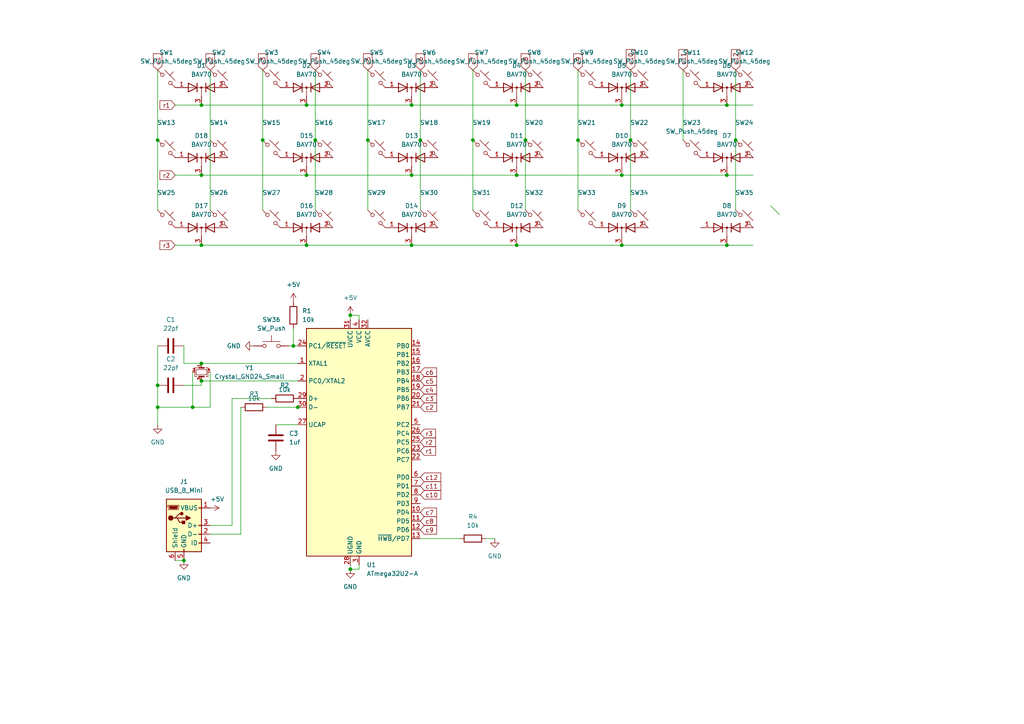
<source format=kicad_sch>
(kicad_sch (version 20230121) (generator eeschema)
  (paper "A4")
  (lib_symbols
    (symbol "Connector:USB_B_Mini" (pin_names (offset 1.016))
      (property "Reference" "J" (at -5.08 11.43 0))
      (property "Value" "USB_B_Mini" (at -5.08 8.89 0))
      (symbol "USB_B_Mini_0_1"
        (rectangle (start -5.08 -7.62) (end 5.08 7.62) (stroke (width 0.254)) (fill (type background)))
        (circle (center -3.81 2.159) (radius 0.635) (stroke (width 0.254)) (fill (type outline)))
        (circle (center -0.635 3.429) (radius 0.381) (stroke (width 0.254)) (fill (type outline)))
        (rectangle (start -0.127 -7.62) (end 0.127 -6.858))
        (polyline (pts (xy -1.905 2.159) (xy 0.635 2.159)) (stroke (width 0.254)))
        (polyline (pts (xy -3.175 2.159) (xy -2.54 2.159) (xy -1.27 3.429) (xy -0.635 3.429)) (stroke (width 0.254)))
        (polyline (pts (xy -2.54 2.159) (xy -1.905 2.159) (xy -1.27 0.889) (xy 0 0.889)) (stroke (width 0.254)))
        (polyline (pts (xy 0.635 2.794) (xy 0.635 1.524) (xy 1.905 2.159) (xy 0.635 2.794)) (stroke (width 0.254)) (fill (type outline)))
        (polyline (pts (xy -4.318 5.588) (xy -1.778 5.588) (xy -2.032 4.826) (xy -4.064 4.826) (xy -4.318 5.588)) (fill (type outline)))
        (polyline (pts (xy -4.699 5.842) (xy -4.699 5.588) (xy -4.445 4.826) (xy -4.445 4.572) (xy -1.651 4.572) (xy -1.651 4.826) (xy -1.397 5.588) (xy -1.397 5.842) (xy -4.699 5.842)))
        (rectangle (start 0.254 1.27) (end -0.508 0.508) (stroke (width 0.254)) (fill (type outline)))
        (rectangle (start 5.08 -5.207) (end 4.318 -4.953))
        (rectangle (start 5.08 -2.667) (end 4.318 -2.413))
        (rectangle (start 5.08 -0.127) (end 4.318 0.127))
        (rectangle (start 5.08 4.953) (end 4.318 5.207))
      )
      (symbol "USB_B_Mini_1_1"
        (pin power_out line (at 7.62 5.08 180) (length 2.54) (name "VBUS") (number "1"))
        (pin bidirectional line (at 7.62 -2.54 180) (length 2.54) (name "D-") (number "2"))
        (pin bidirectional line (at 7.62 0 180) (length 2.54) (name "D+") (number "3"))
        (pin passive line (at 7.62 -5.08 180) (length 2.54) (name "ID") (number "4"))
        (pin power_out line (at 0 -10.16 90) (length 2.54) (name "GND") (number "5"))
        (pin passive line (at -2.54 -10.16 90) (length 2.54) (name "Shield") (number "6"))
      )
    )
    (symbol "Device:C" (pin_numbers hide) (pin_names (offset 0.254))
      (property "Reference" "C" (at 0.635 2.54 0))
      (property "Value" "C" (at 0.635 -2.54 0))
      (symbol "C_0_1"
        (polyline (pts (xy -2.032 -0.762) (xy 2.032 -0.762)) (stroke (width 0.508)))
        (polyline (pts (xy -2.032 0.762) (xy 2.032 0.762)) (stroke (width 0.508)))
      )
      (symbol "C_1_1"
        (pin passive line (at 0 3.81 270) (length 2.794) (name "~") (number "1"))
        (pin passive line (at 0 -3.81 90) (length 2.794) (name "~") (number "2"))
      )
    )
    (symbol "Device:Crystal_GND24_Small" (pin_names (offset 1.016) hide)
      (property "Reference" "Y" (at 1.27 4.445 0))
      (property "Value" "Crystal_GND24_Small" (at 1.27 2.54 0))
      (symbol "Crystal_GND24_Small_0_1"
        (rectangle (start -0.762 -1.524) (end 0.762 1.524))
        (polyline (pts (xy -1.27 -0.762) (xy -1.27 0.762)) (stroke (width 0.381)))
        (polyline (pts (xy 1.27 -0.762) (xy 1.27 0.762)) (stroke (width 0.381)))
        (polyline (pts (xy -1.27 -1.27) (xy -1.27 -1.905) (xy 1.27 -1.905) (xy 1.27 -1.27)))
        (polyline (pts (xy -1.27 1.27) (xy -1.27 1.905) (xy 1.27 1.905) (xy 1.27 1.27)))
      )
      (symbol "Crystal_GND24_Small_1_1"
        (pin passive line (at -2.54 0 0) (length 1.27) (name "1") (number "1"))
        (pin passive line (at 0 -2.54 90) (length 0.635) (name "2") (number "2"))
        (pin passive line (at 2.54 0 180) (length 1.27) (name "3") (number "3"))
        (pin passive line (at 0 2.54 270) (length 0.635) (name "4") (number "4"))
      )
    )
    (symbol "Device:R" (pin_numbers hide) (pin_names (offset 0))
      (property "Reference" "R" (at 2.032 0 90))
      (property "Value" "R" (at 0 0 90))
      (symbol "R_0_1"
        (rectangle (start -1.016 -2.54) (end 1.016 2.54) (stroke (width 0.254)))
      )
      (symbol "R_1_1"
        (pin passive line (at 0 3.81 270) (length 1.27) (name "~") (number "1"))
        (pin passive line (at 0 -3.81 90) (length 1.27) (name "~") (number "2"))
      )
    )
    (symbol "Diode:BAV70" (pin_names hide)
      (property "Reference" "D" (at 0.635 -2.54 0))
      (property "Value" "BAV70" (at 0 2.54 0))
      (symbol "BAV70_0_1"
        (polyline (pts (xy -3.81 0) (xy 3.81 0)))
        (polyline (pts (xy 0 0) (xy 0 -2.54)))
        (polyline (pts (xy -1.27 -1.27) (xy -1.27 1.27) (xy -1.27 1.27)) (stroke (width 0.254)))
        (polyline (pts (xy 1.27 -1.27) (xy 1.27 1.27) (xy 1.27 1.27)) (stroke (width 0.254)))
        (polyline (pts (xy -3.81 1.27) (xy -1.27 0) (xy -3.81 -1.27) (xy -3.81 1.27) (xy -3.81 1.27) (xy -3.81 1.27)) (stroke (width 0.254)))
        (polyline (pts (xy 3.81 -1.27) (xy 1.27 0) (xy 3.81 1.27) (xy 3.81 -1.27) (xy 3.81 -1.27) (xy 3.81 -1.27)) (stroke (width 0.254)))
        (circle (center 0 0) (radius 0.254) (fill (type outline)))
        (pin passive line (at -7.62 0 0) (length 3.81) (name "A") (number "1"))
        (pin passive line (at 7.62 0 180) (length 3.81) (name "A") (number "2"))
        (pin passive line (at 0 -5.08 90) (length 2.54) (name "K") (number "3"))
      )
    )
    (symbol "MCU_Microchip_ATmega:ATmega32U2-A"
      (property "Reference" "U" (at -15.24 34.29 0))
      (property "Value" "ATmega32U2-A" (at 2.54 -34.29 0))
      (symbol "ATmega32U2-A_0_1"
        (rectangle (start -15.24 -33.02) (end 15.24 33.02) (stroke (width 0.254)) (fill (type background)))
      )
      (symbol "ATmega32U2-A_1_1"
        (pin input line (at -17.78 22.86 0) (length 2.54) (name "XTAL1") (number "1"))
        (pin bidirectional line (at 17.78 -20.32 180) (length 2.54) (name "PD4") (number "10"))
        (pin bidirectional line (at 17.78 -22.86 180) (length 2.54) (name "PD5") (number "11"))
        (pin bidirectional line (at 17.78 -25.4 180) (length 2.54) (name "PD6") (number "12"))
        (pin bidirectional line (at 17.78 -27.94 180) (length 2.54) (name "~{HWB}/PD7") (number "13"))
        (pin bidirectional line (at 17.78 27.94 180) (length 2.54) (name "PB0") (number "14"))
        (pin bidirectional line (at 17.78 25.4 180) (length 2.54) (name "PB1") (number "15"))
        (pin bidirectional line (at 17.78 22.86 180) (length 2.54) (name "PB2") (number "16"))
        (pin bidirectional line (at 17.78 20.32 180) (length 2.54) (name "PB3") (number "17"))
        (pin bidirectional line (at 17.78 17.78 180) (length 2.54) (name "PB4") (number "18"))
        (pin bidirectional line (at 17.78 15.24 180) (length 2.54) (name "PB5") (number "19"))
        (pin bidirectional line (at -17.78 17.78 0) (length 2.54) (name "PC0/XTAL2") (number "2"))
        (pin bidirectional line (at 17.78 12.7 180) (length 2.54) (name "PB6") (number "20"))
        (pin bidirectional line (at 17.78 10.16 180) (length 2.54) (name "PB7") (number "21"))
        (pin bidirectional line (at 17.78 -5.08 180) (length 2.54) (name "PC7") (number "22"))
        (pin bidirectional line (at 17.78 -2.54 180) (length 2.54) (name "PC6") (number "23"))
        (pin bidirectional line (at -17.78 27.94 0) (length 2.54) (name "PC1/~{RESET}") (number "24"))
        (pin bidirectional line (at 17.78 0 180) (length 2.54) (name "PC5") (number "25"))
        (pin bidirectional line (at 17.78 2.54 180) (length 2.54) (name "PC4") (number "26"))
        (pin passive line (at -17.78 5.08 0) (length 2.54) (name "UCAP") (number "27"))
        (pin power_in line (at -2.54 -35.56 90) (length 2.54) (name "UGND") (number "28"))
        (pin bidirectional line (at -17.78 12.7 0) (length 2.54) (name "D+") (number "29"))
        (pin power_in line (at 0 -35.56 90) (length 2.54) (name "GND") (number "3"))
        (pin bidirectional line (at -17.78 10.16 0) (length 2.54) (name "D-") (number "30"))
        (pin power_in line (at -2.54 35.56 270) (length 2.54) (name "UVCC") (number "31"))
        (pin power_in line (at 2.54 35.56 270) (length 2.54) (name "AVCC") (number "32"))
        (pin power_in line (at 0 35.56 270) (length 2.54) (name "VCC") (number "4"))
        (pin bidirectional line (at 17.78 5.08 180) (length 2.54) (name "PC2") (number "5"))
        (pin bidirectional line (at 17.78 -10.16 180) (length 2.54) (name "PD0") (number "6"))
        (pin bidirectional line (at 17.78 -12.7 180) (length 2.54) (name "PD1") (number "7"))
        (pin bidirectional line (at 17.78 -15.24 180) (length 2.54) (name "PD2") (number "8"))
        (pin bidirectional line (at 17.78 -17.78 180) (length 2.54) (name "PD3") (number "9"))
      )
    )
    (symbol "Switch:SW_Push" (pin_numbers hide) (pin_names (offset 1.016) hide)
      (property "Reference" "SW" (at 1.27 2.54 0))
      (property "Value" "SW_Push" (at 0 -1.524 0))
      (symbol "SW_Push_0_1"
        (circle (center -2.032 0) (radius 0.508))
        (polyline (pts (xy 0 1.27) (xy 0 3.048)))
        (polyline (pts (xy 2.54 1.27) (xy -2.54 1.27)))
        (circle (center 2.032 0) (radius 0.508))
        (pin passive line (at -5.08 0 0) (length 2.54) (name "1") (number "1"))
        (pin passive line (at 5.08 0 180) (length 2.54) (name "2") (number "2"))
      )
    )
    (symbol "Switch:SW_Push_45deg" (pin_numbers hide) (pin_names (offset 1.016) hide)
      (property "Reference" "SW" (at 3.048 1.016 0))
      (property "Value" "SW_Push_45deg" (at 0 -3.81 0))
      (symbol "SW_Push_45deg_0_1"
        (circle (center -1.1684 1.1684) (radius 0.508))
        (polyline (pts (xy -0.508 2.54) (xy 2.54 -0.508)))
        (polyline (pts (xy 1.016 1.016) (xy 2.032 2.032)))
        (polyline (pts (xy -2.54 2.54) (xy -1.524 1.524) (xy -1.524 1.524)))
        (polyline (pts (xy 1.524 -1.524) (xy 2.54 -2.54) (xy 2.54 -2.54) (xy 2.54 -2.54)))
        (circle (center 1.143 -1.1938) (radius 0.508))
        (pin passive line (at -2.54 2.54 0) (length 0) (name "1") (number "1"))
        (pin passive line (at 2.54 -2.54 180) (length 0) (name "2") (number "2"))
      )
    )
    (symbol "power:+5V" (power) (pin_names (offset 0))
      (property "Value" "+5V" (at 0 3.556 0))
      (symbol "+5V_0_1"
        (polyline (pts (xy -0.762 1.27) (xy 0 2.54)))
        (polyline (pts (xy 0 0) (xy 0 2.54)))
        (polyline (pts (xy 0 2.54) (xy 0.762 1.27)))
      )
      (symbol "+5V_1_1"
        (pin power_in line (at 0 0 90) (length 0) hide (name "+5V") (number "1"))
      )
    )
    (symbol "power:GND" (power) (pin_names (offset 0))
      (property "Value" "GND" (at 0 -3.81 0))
      (symbol "GND_0_1"
        (polyline (pts (xy 0 0) (xy 0 -1.27) (xy 1.27 -1.27) (xy 0 -2.54) (xy -1.27 -1.27) (xy 0 -1.27)))
      )
      (symbol "GND_1_1"
        (pin power_in line (at 0 0 270) (length 0) hide (name "GND") (number "1"))
      )
    )
  )
  (junction (at 45.72 40.64))
  (junction (at 101.6 91.44))
  (junction (at 210.82 71.12))
  (junction (at 58.42 50.8))
  (junction (at 45.72 111.76))
  (junction (at 53.34 162.56))
  (junction (at 86.36 118.11))
  (junction (at 58.42 110.49))
  (junction (at 167.64 40.64))
  (junction (at 119.38 71.12))
  (junction (at 58.42 30.48))
  (junction (at 152.4 40.64))
  (junction (at 149.86 71.12))
  (junction (at 149.86 50.8))
  (junction (at 213.36 40.64))
  (junction (at 119.38 50.8))
  (junction (at 182.88 40.64))
  (junction (at 121.92 40.64))
  (junction (at 180.34 30.48))
  (junction (at 88.9 71.12))
  (junction (at 55.88 118.11))
  (junction (at 91.44 40.64))
  (junction (at 88.9 50.8))
  (junction (at 58.42 105.41))
  (junction (at 119.38 30.48))
  (junction (at 149.86 30.48))
  (junction (at 76.2 40.64))
  (junction (at 210.82 30.48))
  (junction (at 58.42 71.12))
  (junction (at 101.6 165.1))
  (junction (at 180.34 71.12))
  (junction (at 88.9 30.48))
  (junction (at 180.34 50.8))
  (junction (at 137.16 40.64))
  (junction (at 106.68 40.64))
  (junction (at 210.82 50.8))
  (junction (at 85.09 100.33))
  (junction (at 45.72 118.11))
  (bus_entry (at 223.52 59.69) (size 2.54 2.54))
  (wire (pts (xy 104.14 165.1) (xy 101.6 165.1)))
  (wire (pts (xy 60.96 20.32) (xy 60.96 60.96)))
  (wire (pts (xy 152.4 20.32) (xy 152.4 40.64)))
  (wire (pts (xy 83.82 100.33) (xy 85.09 100.33)))
  (wire (pts (xy 58.42 110.49) (xy 86.36 110.49)))
  (wire (pts (xy 80.01 123.19) (xy 86.36 123.19)))
  (wire (pts (xy 180.34 50.8) (xy 210.82 50.8)))
  (wire (pts (xy 78.74 115.57) (xy 67.31 115.57)))
  (wire (pts (xy 91.44 40.64) (xy 91.44 60.96)))
  (wire (pts (xy 58.42 71.12) (xy 88.9 71.12)))
  (wire (pts (xy 104.14 163.83) (xy 104.14 165.1)))
  (wire (pts (xy 86.36 105.41) (xy 58.42 105.41)))
  (wire (pts (xy 121.92 40.64) (xy 121.92 60.96)))
  (wire (pts (xy 69.85 118.11) (xy 69.85 154.94)))
  (wire (pts (xy 45.72 40.64) (xy 45.72 60.96)))
  (wire (pts (xy 143.51 156.21) (xy 140.97 156.21)))
  (wire (pts (xy 69.85 154.94) (xy 60.96 154.94)))
  (wire (pts (xy 152.4 40.64) (xy 152.4 60.96)))
  (wire (pts (xy 182.88 40.64) (xy 182.88 60.96)))
  (wire (pts (xy 55.88 118.11) (xy 45.72 118.11)))
  (wire (pts (xy 101.6 91.44) (xy 104.14 91.44)))
  (wire (pts (xy 149.86 50.8) (xy 180.34 50.8)))
  (wire (pts (xy 53.34 105.41) (xy 53.34 100.33)))
  (wire (pts (xy 119.38 50.8) (xy 149.86 50.8)))
  (wire (pts (xy 45.72 111.76) (xy 45.72 118.11)))
  (wire (pts (xy 76.2 40.64) (xy 76.2 60.96)))
  (wire (pts (xy 58.42 110.49) (xy 58.42 111.76)))
  (wire (pts (xy 58.42 105.41) (xy 53.34 105.41)))
  (wire (pts (xy 213.36 40.64) (xy 213.36 60.96)))
  (wire (pts (xy 76.2 20.32) (xy 76.2 40.64)))
  (wire (pts (xy 106.68 20.32) (xy 106.68 40.64)))
  (wire (pts (xy 88.9 30.48) (xy 119.38 30.48)))
  (wire (pts (xy 101.6 165.1) (xy 101.6 163.83)))
  (wire (pts (xy 88.9 71.12) (xy 119.38 71.12)))
  (wire (pts (xy 77.47 118.11) (xy 86.36 118.11)))
  (wire (pts (xy 198.12 20.32) (xy 198.12 40.64)))
  (wire (pts (xy 67.31 115.57) (xy 67.31 152.4)))
  (wire (pts (xy 45.72 20.32) (xy 45.72 40.64)))
  (wire (pts (xy 133.35 156.21) (xy 121.92 156.21)))
  (wire (pts (xy 106.68 40.64) (xy 106.68 60.96)))
  (wire (pts (xy 91.44 20.32) (xy 91.44 40.64)))
  (wire (pts (xy 149.86 30.48) (xy 180.34 30.48)))
  (wire (pts (xy 149.86 71.12) (xy 180.34 71.12)))
  (wire (pts (xy 53.34 111.76) (xy 58.42 111.76)))
  (wire (pts (xy 167.64 40.64) (xy 167.64 60.96)))
  (wire (pts (xy 180.34 71.12) (xy 210.82 71.12)))
  (wire (pts (xy 50.8 71.12) (xy 58.42 71.12)))
  (wire (pts (xy 50.8 162.56) (xy 53.34 162.56)))
  (wire (pts (xy 213.36 20.32) (xy 213.36 40.64)))
  (wire (pts (xy 50.8 50.8) (xy 58.42 50.8)))
  (wire (pts (xy 87.63 118.11) (xy 86.36 118.11)))
  (wire (pts (xy 180.34 30.48) (xy 210.82 30.48)))
  (wire (pts (xy 210.82 30.48) (xy 218.44 30.48)))
  (wire (pts (xy 137.16 20.32) (xy 137.16 40.64)))
  (wire (pts (xy 58.42 50.8) (xy 88.9 50.8)))
  (wire (pts (xy 88.9 50.8) (xy 119.38 50.8)))
  (wire (pts (xy 85.09 95.25) (xy 85.09 100.33)))
  (wire (pts (xy 101.6 91.44) (xy 101.6 92.71)))
  (wire (pts (xy 119.38 30.48) (xy 149.86 30.48)))
  (wire (pts (xy 104.14 91.44) (xy 104.14 92.71)))
  (wire (pts (xy 167.64 20.32) (xy 167.64 40.64)))
  (wire (pts (xy 121.92 20.32) (xy 121.92 40.64)))
  (wire (pts (xy 137.16 40.64) (xy 137.16 60.96)))
  (wire (pts (xy 58.42 30.48) (xy 88.9 30.48)))
  (wire (pts (xy 67.31 152.4) (xy 60.96 152.4)))
  (wire (pts (xy 210.82 50.8) (xy 218.44 50.8)))
  (wire (pts (xy 50.8 30.48) (xy 58.42 30.48)))
  (wire (pts (xy 182.88 20.32) (xy 182.88 40.64)))
  (wire (pts (xy 55.88 107.95) (xy 55.88 118.11)))
  (wire (pts (xy 119.38 71.12) (xy 149.86 71.12)))
  (wire (pts (xy 45.72 111.76) (xy 45.72 100.33)))
  (wire (pts (xy 60.96 107.95) (xy 60.96 118.11)))
  (wire (pts (xy 85.09 100.33) (xy 86.36 100.33)))
  (wire (pts (xy 45.72 118.11) (xy 45.72 123.19)))
  (wire (pts (xy 60.96 118.11) (xy 55.88 118.11)))
  (wire (pts (xy 210.82 71.12) (xy 218.44 71.12)))
  (global_label "c1" (shape input) (at 45.72 20.32 90) (property "Intersheetrefs" "${INTERSHEET_REFS}" (effects hide)))
  (global_label "c6" (shape input) (at 121.92 20.32 90) (property "Intersheetrefs" "${INTERSHEET_REFS}" (effects hide)))
  (global_label "r1" (shape input) (at 50.8 30.48 180) (property "Intersheetrefs" "${INTERSHEET_REFS}" (effects hide)))
  (global_label "r2" (shape input) (at 50.8 50.8 180) (property "Intersheetrefs" "${INTERSHEET_REFS}" (effects hide)))
  (global_label "c9" (shape input) (at 167.64 20.32 90) (property "Intersheetrefs" "${INTERSHEET_REFS}" (effects hide)))
  (global_label "c5" (shape input) (at 106.68 20.32 90) (property "Intersheetrefs" "${INTERSHEET_REFS}" (effects hide)))
  (global_label "c2" (shape input) (at 60.96 20.32 90) (property "Intersheetrefs" "${INTERSHEET_REFS}" (effects hide)))
  (global_label "c10" (shape input) (at 182.88 20.32 90) (property "Intersheetrefs" "${INTERSHEET_REFS}" (effects hide)))
  (global_label "c3" (shape input) (at 76.2 20.32 90) (property "Intersheetrefs" "${INTERSHEET_REFS}" (effects hide)))
  (global_label "c7" (shape input) (at 121.92 148.59 0) (property "Intersheetrefs" "${INTERSHEET_REFS}" (effects hide)))
  (global_label "c4" (shape input) (at 91.44 20.32 90) (property "Intersheetrefs" "${INTERSHEET_REFS}" (effects hide)))
  (global_label "c11" (shape input) (at 198.12 20.32 90) (property "Intersheetrefs" "${INTERSHEET_REFS}" (effects hide)))
  (global_label "c12" (shape input) (at 121.92 138.43 0) (property "Intersheetrefs" "${INTERSHEET_REFS}" (effects hide)))
  (global_label "c4" (shape input) (at 121.92 113.03 0) (property "Intersheetrefs" "${INTERSHEET_REFS}" (effects hide)))
  (global_label "c9" (shape input) (at 121.92 153.67 0) (property "Intersheetrefs" "${INTERSHEET_REFS}" (effects hide)))
  (global_label "c7" (shape input) (at 137.16 20.32 90) (property "Intersheetrefs" "${INTERSHEET_REFS}" (effects hide)))
  (global_label "c2" (shape input) (at 121.92 118.11 0) (property "Intersheetrefs" "${INTERSHEET_REFS}" (effects hide)))
  (global_label "r3" (shape input) (at 50.8 71.12 180) (property "Intersheetrefs" "${INTERSHEET_REFS}" (effects hide)))
  (global_label "c11" (shape input) (at 121.92 140.97 0) (property "Intersheetrefs" "${INTERSHEET_REFS}" (effects hide)))
  (global_label "r1" (shape input) (at 121.92 130.81 0) (property "Intersheetrefs" "${INTERSHEET_REFS}" (effects hide)))
  (global_label "c12" (shape input) (at 213.36 20.32 90) (property "Intersheetrefs" "${INTERSHEET_REFS}" (effects hide)))
  (global_label "c6" (shape input) (at 121.92 107.95 0) (property "Intersheetrefs" "${INTERSHEET_REFS}" (effects hide)))
  (global_label "c3" (shape input) (at 121.92 115.57 0) (property "Intersheetrefs" "${INTERSHEET_REFS}" (effects hide)))
  (global_label "c5" (shape input) (at 121.92 110.49 0) (property "Intersheetrefs" "${INTERSHEET_REFS}" (effects hide)))
  (global_label "c8" (shape input) (at 121.92 151.13 0) (property "Intersheetrefs" "${INTERSHEET_REFS}" (effects hide)))
  (global_label "r2" (shape input) (at 121.92 128.27 0) (property "Intersheetrefs" "${INTERSHEET_REFS}" (effects hide)))
  (global_label "c10" (shape input) (at 121.92 143.51 0) (property "Intersheetrefs" "${INTERSHEET_REFS}" (effects hide)))
  (global_label "r3" (shape input) (at 121.92 125.73 0) (property "Intersheetrefs" "${INTERSHEET_REFS}" (effects hide)))
  (global_label "c8" (shape input) (at 152.4 20.32 90) (property "Intersheetrefs" "${INTERSHEET_REFS}" (effects hide)))
  (symbol (lib_id "power:GND") (at 143.51 156.21 0) (unit 1)
    (property "Reference" "#PWR07" (effects hide))
    (property "Value" "GND" (at 143.51 161.29 0))
  )
  (symbol (lib_id "Switch:SW_Push_45deg") (at 93.98 43.18 0) (unit 1)
    (property "Reference" "SW16" (at 93.98 35.56 0))
    (property "Value" "SW_Push_45deg" (effects hide))
    (property "Footprint" "custom-parts:MX_1U_Plate" (effects hide))
  )
  (symbol (lib_id "Switch:SW_Push_45deg") (at 78.74 43.18 0) (unit 1)
    (property "Reference" "SW15" (at 78.74 35.56 0))
    (property "Value" "SW_Push_45deg" (effects hide))
    (property "Footprint" "custom-parts:MX_1U_Plate" (effects hide))
  )
  (symbol (lib_id "Diode:BAV70") (at 88.9 66.04 0) (unit 1)
    (property "Reference" "D16" (at 88.9 59.69 0))
    (property "Value" "BAV70" (at 88.9 62.23 0))
    (property "Footprint" "Package_TO_SOT_SMD:SOT-23" (effects hide))
    (property "Datasheet" "https://assets.nexperia.com/documents/data-sheet/BAV70_SER.pdf" (effects hide))
  )
  (symbol (lib_id "Switch:SW_Push_45deg") (at 78.74 63.5 0) (unit 1)
    (property "Reference" "SW27" (at 78.74 55.88 0))
    (property "Value" "SW_Push_45deg" (effects hide))
    (property "Footprint" "custom-parts:MX_1U_Plate" (effects hide))
  )
  (symbol (lib_id "power:+5V") (at 85.09 87.63 0) (unit 1)
    (property "Reference" "#PWR01" (effects hide))
    (property "Value" "+5V" (at 85.09 82.55 0))
  )
  (symbol (lib_id "Diode:BAV70") (at 119.38 45.72 0) (unit 1)
    (property "Reference" "D13" (at 119.38 39.37 0))
    (property "Value" "BAV70" (at 119.38 41.91 0))
    (property "Footprint" "Package_TO_SOT_SMD:SOT-23" (effects hide))
    (property "Datasheet" "https://assets.nexperia.com/documents/data-sheet/BAV70_SER.pdf" (effects hide))
  )
  (symbol (lib_id "Diode:BAV70") (at 149.86 25.4 0) (unit 1)
    (property "Reference" "D4" (at 149.86 19.05 0))
    (property "Value" "BAV70" (at 149.86 21.59 0))
    (property "Footprint" "Package_TO_SOT_SMD:SOT-23" (effects hide))
    (property "Datasheet" "https://assets.nexperia.com/documents/data-sheet/BAV70_SER.pdf" (effects hide))
  )
  (symbol (lib_id "Connector:USB_B_Mini") (at 53.34 152.4 0) (unit 1)
    (property "Reference" "J1" (at 53.34 139.7 0))
    (property "Value" "USB_B_Mini" (at 53.34 142.24 0))
    (property "Footprint" "custom-parts:Molex-0548190589" (effects hide))
  )
  (symbol (lib_id "Device:R") (at 82.55 115.57 90) (unit 1)
    (property "Reference" "R2" (at 82.55 111.76 90))
    (property "Value" "10k" (at 82.55 113.03 90))
    (property "Footprint" "Resistor_SMD:R_0805_2012Metric_Pad1.20x1.40mm_HandSolder" (effects hide))
  )
  (symbol (lib_id "power:GND") (at 73.66 100.33 270) (unit 1)
    (property "Reference" "#PWR03" (effects hide))
    (property "Value" "GND" (at 69.85 100.33 90) (effects (justify right)))
  )
  (symbol (lib_id "Switch:SW_Push_45deg") (at 185.42 43.18 0) (unit 1)
    (property "Reference" "SW22" (at 185.42 35.56 0))
    (property "Value" "SW_Push_45deg" (effects hide))
    (property "Footprint" "custom-parts:MX_1U_Plate" (effects hide))
  )
  (symbol (lib_id "Switch:SW_Push_45deg") (at 200.66 43.18 0) (unit 1)
    (property "Reference" "SW23" (at 200.66 35.56 0))
    (property "Value" "SW_Push_45deg" (at 200.66 38.1 0))
    (property "Footprint" "custom-parts:MX_1U_Plate" (effects hide))
  )
  (symbol (lib_id "Switch:SW_Push_45deg") (at 139.7 63.5 0) (unit 1)
    (property "Reference" "SW31" (at 139.7 55.88 0))
    (property "Value" "SW_Push_45deg" (effects hide))
    (property "Footprint" "custom-parts:MX_1U_Plate" (effects hide))
  )
  (symbol (lib_id "Switch:SW_Push_45deg") (at 215.9 43.18 0) (unit 1)
    (property "Reference" "SW24" (at 215.9 35.56 0))
    (property "Value" "SW_Push_45deg" (effects hide))
    (property "Footprint" "custom-parts:MX_1U_Plate" (effects hide))
  )
  (symbol (lib_id "Diode:BAV70") (at 88.9 45.72 0) (unit 1)
    (property "Reference" "D15" (at 88.9 39.37 0))
    (property "Value" "BAV70" (at 88.9 41.91 0))
    (property "Footprint" "Package_TO_SOT_SMD:SOT-23" (effects hide))
    (property "Datasheet" "https://assets.nexperia.com/documents/data-sheet/BAV70_SER.pdf" (effects hide))
  )
  (symbol (lib_id "Diode:BAV70") (at 180.34 25.4 0) (unit 1)
    (property "Reference" "D5" (at 180.34 19.05 0))
    (property "Value" "BAV70" (at 180.34 21.59 0))
    (property "Footprint" "Package_TO_SOT_SMD:SOT-23" (effects hide))
    (property "Datasheet" "https://assets.nexperia.com/documents/data-sheet/BAV70_SER.pdf" (effects hide))
  )
  (symbol (lib_id "Switch:SW_Push_45deg") (at 63.5 43.18 0) (unit 1)
    (property "Reference" "SW14" (at 63.5 35.56 0))
    (property "Value" "SW_Push_45deg" (effects hide))
    (property "Footprint" "custom-parts:MX_1U_Plate" (effects hide))
  )
  (symbol (lib_id "Diode:BAV70") (at 180.34 66.04 0) (unit 1)
    (property "Reference" "D9" (at 180.34 59.69 0))
    (property "Value" "BAV70" (at 180.34 62.23 0))
    (property "Footprint" "Package_TO_SOT_SMD:SOT-23" (effects hide))
    (property "Datasheet" "https://assets.nexperia.com/documents/data-sheet/BAV70_SER.pdf" (effects hide))
  )
  (symbol (lib_id "Diode:BAV70") (at 119.38 25.4 0) (unit 1)
    (property "Reference" "D3" (at 119.38 19.05 0))
    (property "Value" "BAV70" (at 119.38 21.59 0))
    (property "Footprint" "Package_TO_SOT_SMD:SOT-23" (effects hide))
    (property "Datasheet" "https://assets.nexperia.com/documents/data-sheet/BAV70_SER.pdf" (effects hide))
  )
  (symbol (lib_id "Device:R") (at 137.16 156.21 90) (unit 1)
    (property "Reference" "R4" (at 137.16 149.86 90))
    (property "Value" "10k" (at 137.16 152.4 90))
    (property "Footprint" "Resistor_SMD:R_0805_2012Metric_Pad1.20x1.40mm_HandSolder" (effects hide))
  )
  (symbol (lib_id "Device:R") (at 85.09 91.44 0) (unit 1)
    (property "Reference" "R1" (at 87.63 90.17 0) (effects (justify left)))
    (property "Value" "10k" (at 87.63 92.71 0) (effects (justify left)))
    (property "Footprint" "Resistor_SMD:R_0805_2012Metric_Pad1.20x1.40mm_HandSolder" (effects hide))
  )
  (symbol (lib_id "Switch:SW_Push_45deg") (at 154.94 22.86 0) (unit 1)
    (property "Reference" "SW8" (at 154.94 15.24 0))
    (property "Value" "SW_Push_45deg" (at 154.94 17.78 0))
    (property "Footprint" "custom-parts:MX_1U_Plate" (effects hide))
  )
  (symbol (lib_id "power:GND") (at 53.34 162.56 0) (unit 1)
    (property "Reference" "#PWR08" (effects hide))
    (property "Value" "GND" (at 53.34 167.64 0))
  )
  (symbol (lib_id "Switch:SW_Push_45deg") (at 215.9 22.86 0) (unit 1)
    (property "Reference" "SW12" (at 215.9 15.24 0))
    (property "Value" "SW_Push_45deg" (at 215.9 17.78 0))
    (property "Footprint" "custom-parts:MX_1U_Plate" (effects hide))
  )
  (symbol (lib_id "Switch:SW_Push_45deg") (at 124.46 22.86 0) (unit 1)
    (property "Reference" "SW6" (at 124.46 15.24 0))
    (property "Value" "SW_Push_45deg" (at 124.46 17.78 0))
    (property "Footprint" "custom-parts:MX_1U_Plate" (effects hide))
  )
  (symbol (lib_id "Device:C") (at 80.01 127 180) (unit 1)
    (property "Reference" "C3" (at 83.82 125.73 0) (effects (justify right)))
    (property "Value" "1uf" (at 83.82 128.27 0) (effects (justify right)))
    (property "Footprint" "Capacitor_SMD:C_0805_2012Metric_Pad1.18x1.45mm_HandSolder" (effects hide))
  )
  (symbol (lib_id "Switch:SW_Push_45deg") (at 93.98 63.5 0) (unit 1)
    (property "Reference" "SW28" (at 93.98 55.88 0))
    (property "Value" "SW_Push_45deg" (effects hide))
    (property "Footprint" "custom-parts:MX_1U_Plate" (effects hide))
  )
  (symbol (lib_id "Switch:SW_Push_45deg") (at 48.26 43.18 0) (unit 1)
    (property "Reference" "SW13" (at 48.26 35.56 0))
    (property "Value" "SW_Push_45deg" (effects hide))
    (property "Footprint" "custom-parts:MX_1U_Plate" (effects hide))
  )
  (symbol (lib_id "Diode:BAV70") (at 58.42 66.04 0) (unit 1)
    (property "Reference" "D17" (at 58.42 59.69 0))
    (property "Value" "BAV70" (at 58.42 62.23 0))
    (property "Footprint" "Package_TO_SOT_SMD:SOT-23" (effects hide))
    (property "Datasheet" "https://assets.nexperia.com/documents/data-sheet/BAV70_SER.pdf" (effects hide))
  )
  (symbol (lib_id "Switch:SW_Push_45deg") (at 63.5 22.86 0) (unit 1)
    (property "Reference" "SW2" (at 63.5 15.24 0))
    (property "Value" "SW_Push_45deg" (at 63.5 17.78 0))
    (property "Footprint" "custom-parts:MX_1U_Plate" (effects hide))
  )
  (symbol (lib_id "Device:C") (at 49.53 100.33 90) (unit 1)
    (property "Reference" "C1" (at 49.53 92.71 90))
    (property "Value" "22pf" (at 49.53 95.25 90))
    (property "Footprint" "Capacitor_SMD:C_0805_2012Metric_Pad1.18x1.45mm_HandSolder" (effects hide))
  )
  (symbol (lib_id "Switch:SW_Push_45deg") (at 139.7 43.18 0) (unit 1)
    (property "Reference" "SW19" (at 139.7 35.56 0))
    (property "Value" "SW_Push_45deg" (effects hide))
    (property "Footprint" "custom-parts:MX_1U_Plate" (effects hide))
  )
  (symbol (lib_id "Switch:SW_Push_45deg") (at 48.26 22.86 0) (unit 1)
    (property "Reference" "SW1" (at 48.26 15.24 0))
    (property "Value" "SW_Push_45deg" (at 48.26 17.78 0))
    (property "Footprint" "custom-parts:MX_1U_Plate" (effects hide))
  )
  (symbol (lib_id "Device:Crystal_GND24_Small") (at 58.42 107.95 270) (unit 1)
    (property "Reference" "Y1" (at 72.39 106.68 90))
    (property "Value" "Crystal_GND24_Small" (at 72.39 109.22 90))
    (property "Footprint" "Crystal:Crystal_SMD_3225-4Pin_3.2x2.5mm_HandSoldering" (effects hide))
  )
  (symbol (lib_id "Switch:SW_Push_45deg") (at 170.18 43.18 0) (unit 1)
    (property "Reference" "SW21" (at 170.18 35.56 0))
    (property "Value" "SW_Push_45deg" (effects hide))
    (property "Footprint" "custom-parts:MX_1U_Plate" (effects hide))
  )
  (symbol (lib_id "Diode:BAV70") (at 149.86 66.04 0) (unit 1)
    (property "Reference" "D12" (at 149.86 59.69 0))
    (property "Value" "BAV70" (at 149.86 62.23 0))
    (property "Footprint" "Package_TO_SOT_SMD:SOT-23" (effects hide))
    (property "Datasheet" "https://assets.nexperia.com/documents/data-sheet/BAV70_SER.pdf" (effects hide))
  )
  (symbol (lib_id "power:GND") (at 45.72 123.19 0) (unit 1)
    (property "Reference" "#PWR04" (effects hide))
    (property "Value" "GND" (at 45.72 128.27 0))
  )
  (symbol (lib_id "Diode:BAV70") (at 58.42 45.72 0) (unit 1)
    (property "Reference" "D18" (at 58.42 39.37 0))
    (property "Value" "BAV70" (at 58.42 41.91 0))
    (property "Footprint" "Package_TO_SOT_SMD:SOT-23" (effects hide))
    (property "Datasheet" "https://assets.nexperia.com/documents/data-sheet/BAV70_SER.pdf" (effects hide))
  )
  (symbol (lib_id "Switch:SW_Push_45deg") (at 109.22 22.86 0) (unit 1)
    (property "Reference" "SW5" (at 109.22 15.24 0))
    (property "Value" "SW_Push_45deg" (at 109.22 17.78 0))
    (property "Footprint" "custom-parts:MX_1U_Plate" (effects hide))
  )
  (symbol (lib_id "power:GND") (at 101.6 165.1 0) (unit 1)
    (property "Reference" "#PWR09" (effects hide))
    (property "Value" "GND" (at 101.6 170.18 0))
  )
  (symbol (lib_id "Diode:BAV70") (at 149.86 45.72 0) (unit 1)
    (property "Reference" "D11" (at 149.86 39.37 0))
    (property "Value" "BAV70" (at 149.86 41.91 0))
    (property "Footprint" "Package_TO_SOT_SMD:SOT-23" (effects hide))
    (property "Datasheet" "https://assets.nexperia.com/documents/data-sheet/BAV70_SER.pdf" (effects hide))
  )
  (symbol (lib_id "Switch:SW_Push_45deg") (at 78.74 22.86 0) (unit 1)
    (property "Reference" "SW3" (at 78.74 15.24 0))
    (property "Value" "SW_Push_45deg" (at 78.74 17.78 0))
    (property "Footprint" "custom-parts:MX_1U_Plate" (effects hide))
  )
  (symbol (lib_id "Diode:BAV70") (at 210.82 45.72 0) (unit 1)
    (property "Reference" "D7" (at 210.82 39.37 0))
    (property "Value" "BAV70" (at 210.82 41.91 0))
    (property "Footprint" "Package_TO_SOT_SMD:SOT-23" (effects hide))
    (property "Datasheet" "https://assets.nexperia.com/documents/data-sheet/BAV70_SER.pdf" (effects hide))
  )
  (symbol (lib_id "Device:R") (at 73.66 118.11 90) (unit 1)
    (property "Reference" "R3" (at 73.66 114.3 90))
    (property "Value" "10k" (at 73.66 115.57 90))
    (property "Footprint" "Resistor_SMD:R_0805_2012Metric_Pad1.20x1.40mm_HandSolder" (effects hide))
  )
  (symbol (lib_id "power:GND") (at 80.01 130.81 0) (unit 1)
    (property "Reference" "#PWR05" (effects hide))
    (property "Value" "GND" (at 80.01 135.89 0))
  )
  (symbol (lib_id "Diode:BAV70") (at 58.42 25.4 0) (unit 1)
    (property "Reference" "D1" (at 58.42 19.05 0))
    (property "Value" "BAV70" (at 58.42 21.59 0))
    (property "Footprint" "Package_TO_SOT_SMD:SOT-23" (effects hide))
    (property "Datasheet" "https://assets.nexperia.com/documents/data-sheet/BAV70_SER.pdf" (effects hide))
  )
  (symbol (lib_id "Switch:SW_Push_45deg") (at 185.42 22.86 0) (unit 1)
    (property "Reference" "SW10" (at 185.42 15.24 0))
    (property "Value" "SW_Push_45deg" (at 185.42 17.78 0))
    (property "Footprint" "custom-parts:MX_1U_Plate" (effects hide))
  )
  (symbol (lib_id "Diode:BAV70") (at 88.9 25.4 0) (unit 1)
    (property "Reference" "D2" (at 88.9 19.05 0))
    (property "Value" "BAV70" (at 88.9 21.59 0))
    (property "Footprint" "Package_TO_SOT_SMD:SOT-23" (effects hide))
    (property "Datasheet" "https://assets.nexperia.com/documents/data-sheet/BAV70_SER.pdf" (effects hide))
  )
  (symbol (lib_id "Switch:SW_Push_45deg") (at 200.66 22.86 0) (unit 1)
    (property "Reference" "SW11" (at 200.66 15.24 0))
    (property "Value" "SW_Push_45deg" (at 200.66 17.78 0))
    (property "Footprint" "custom-parts:MX_1U_Plate" (effects hide))
  )
  (symbol (lib_id "Switch:SW_Push_45deg") (at 109.22 43.18 0) (unit 1)
    (property "Reference" "SW17" (at 109.22 35.56 0))
    (property "Value" "SW_Push_45deg" (effects hide))
    (property "Footprint" "custom-parts:MX_1U_Plate" (effects hide))
  )
  (symbol (lib_id "MCU_Microchip_ATmega:ATmega32U2-A") (at 104.14 128.27 0) (unit 1)
    (property "Reference" "U1" (at 106.3341 163.83 0) (effects (justify left)))
    (property "Value" "ATmega32U2-A" (at 106.3341 166.37 0) (effects (justify left)))
    (property "Footprint" "Package_QFP:TQFP-32_7x7mm_P0.8mm" (effects hide))
    (property "Datasheet" "http://ww1.microchip.com/downloads/en/DeviceDoc/doc7799.pdf" (effects hide))
  )
  (symbol (lib_id "Switch:SW_Push_45deg") (at 170.18 63.5 0) (unit 1)
    (property "Reference" "SW33" (at 170.18 55.88 0))
    (property "Value" "SW_Push_45deg" (effects hide))
    (property "Footprint" "custom-parts:MX_1U_Plate" (effects hide))
  )
  (symbol (lib_id "power:+5V") (at 101.6 91.44 0) (unit 1)
    (property "Reference" "#PWR02" (effects hide))
    (property "Value" "+5V" (at 101.6 86.36 0))
  )
  (symbol (lib_id "Switch:SW_Push_45deg") (at 139.7 22.86 0) (unit 1)
    (property "Reference" "SW7" (at 139.7 15.24 0))
    (property "Value" "SW_Push_45deg" (at 139.7 17.78 0))
    (property "Footprint" "custom-parts:MX_1U_Plate" (effects hide))
  )
  (symbol (lib_id "Switch:SW_Push_45deg") (at 124.46 43.18 0) (unit 1)
    (property "Reference" "SW18" (at 124.46 35.56 0))
    (property "Value" "SW_Push_45deg" (effects hide))
    (property "Footprint" "custom-parts:MX_1U_Plate" (effects hide))
  )
  (symbol (lib_id "Switch:SW_Push_45deg") (at 48.26 63.5 0) (unit 1)
    (property "Reference" "SW25" (at 48.26 55.88 0))
    (property "Value" "SW_Push_45deg" (effects hide))
    (property "Footprint" "custom-parts:MX_1U_Plate" (effects hide))
  )
  (symbol (lib_id "Switch:SW_Push_45deg") (at 154.94 43.18 0) (unit 1)
    (property "Reference" "SW20" (at 154.94 35.56 0))
    (property "Value" "SW_Push_45deg" (effects hide))
    (property "Footprint" "custom-parts:MX_1U_Plate" (effects hide))
  )
  (symbol (lib_id "Diode:BAV70") (at 180.34 45.72 0) (unit 1)
    (property "Reference" "D10" (at 180.34 39.37 0))
    (property "Value" "BAV70" (at 180.34 41.91 0))
    (property "Footprint" "Package_TO_SOT_SMD:SOT-23" (effects hide))
    (property "Datasheet" "https://assets.nexperia.com/documents/data-sheet/BAV70_SER.pdf" (effects hide))
  )
  (symbol (lib_id "Switch:SW_Push") (at 78.74 100.33 0) (unit 1)
    (property "Reference" "SW36" (at 78.74 92.71 0))
    (property "Value" "SW_Push" (at 78.74 95.25 0))
    (property "Footprint" "custom-parts:SKQG-1155865" (effects hide))
  )
  (symbol (lib_id "Switch:SW_Push_45deg") (at 93.98 22.86 0) (unit 1)
    (property "Reference" "SW4" (at 93.98 15.24 0))
    (property "Value" "SW_Push_45deg" (at 93.98 17.78 0))
    (property "Footprint" "custom-parts:MX_1U_Plate" (effects hide))
  )
  (symbol (lib_id "power:+5V") (at 60.96 147.32 270) (unit 1)
    (property "Reference" "#PWR06" (effects hide))
    (property "Value" "+5V" (at 60.96 144.78 90) (effects (justify left)))
  )
  (symbol (lib_id "Switch:SW_Push_45deg") (at 63.5 63.5 0) (unit 1)
    (property "Reference" "SW26" (at 63.5 55.88 0))
    (property "Value" "SW_Push_45deg" (effects hide))
    (property "Footprint" "custom-parts:MX_1U_Plate" (effects hide))
  )
  (symbol (lib_id "Switch:SW_Push_45deg") (at 154.94 63.5 0) (unit 1)
    (property "Reference" "SW32" (at 154.94 55.88 0))
    (property "Value" "SW_Push_45deg" (effects hide))
    (property "Footprint" "custom-parts:MX_1U_Plate" (effects hide))
  )
  (symbol (lib_id "Device:C") (at 49.53 111.76 90) (unit 1)
    (property "Reference" "C2" (at 49.53 104.14 90))
    (property "Value" "22pf" (at 49.53 106.68 90))
    (property "Footprint" "Capacitor_SMD:C_0805_2012Metric_Pad1.18x1.45mm_HandSolder" (effects hide))
  )
  (symbol (lib_id "Switch:SW_Push_45deg") (at 185.42 63.5 0) (unit 1)
    (property "Reference" "SW34" (at 185.42 55.88 0))
    (property "Value" "SW_Push_45deg" (effects hide))
    (property "Footprint" "custom-parts:MX_1U_Plate" (effects hide))
  )
  (symbol (lib_id "Switch:SW_Push_45deg") (at 124.46 63.5 0) (unit 1)
    (property "Reference" "SW30" (at 124.46 55.88 0))
    (property "Value" "SW_Push_45deg" (effects hide))
    (property "Footprint" "custom-parts:MX_1U_Plate" (effects hide))
  )
  (symbol (lib_id "Diode:BAV70") (at 210.82 25.4 0) (unit 1)
    (property "Reference" "D6" (at 210.82 19.05 0))
    (property "Value" "BAV70" (at 210.82 21.59 0))
    (property "Footprint" "Package_TO_SOT_SMD:SOT-23" (effects hide))
    (property "Datasheet" "https://assets.nexperia.com/documents/data-sheet/BAV70_SER.pdf" (effects hide))
  )
  (symbol (lib_id "Switch:SW_Push_45deg") (at 170.18 22.86 0) (unit 1)
    (property "Reference" "SW9" (at 170.18 15.24 0))
    (property "Value" "SW_Push_45deg" (at 170.18 17.78 0))
    (property "Footprint" "custom-parts:MX_1U_Plate" (effects hide))
  )
  (symbol (lib_id "Diode:BAV70") (at 119.38 66.04 0) (unit 1)
    (property "Reference" "D14" (at 119.38 59.69 0))
    (property "Value" "BAV70" (at 119.38 62.23 0))
    (property "Footprint" "Package_TO_SOT_SMD:SOT-23" (effects hide))
    (property "Datasheet" "https://assets.nexperia.com/documents/data-sheet/BAV70_SER.pdf" (effects hide))
  )
  (symbol (lib_id "Switch:SW_Push_45deg") (at 215.9 63.5 0) (unit 1)
    (property "Reference" "SW35" (at 215.9 55.88 0))
    (property "Value" "SW_Push_45deg" (effects hide))
    (property "Footprint" "custom-parts:MX_1U_Plate" (effects hide))
  )
  (symbol (lib_id "Switch:SW_Push_45deg") (at 109.22 63.5 0) (unit 1)
    (property "Reference" "SW29" (at 109.22 55.88 0))
    (property "Value" "SW_Push_45deg" (effects hide))
    (property "Footprint" "custom-parts:MX_1U_Plate" (effects hide))
  )
  (symbol (lib_id "Diode:BAV70") (at 210.82 66.04 0) (unit 1)
    (property "Reference" "D8" (at 210.82 59.69 0))
    (property "Value" "BAV70" (at 210.82 62.23 0))
    (property "Footprint" "Package_TO_SOT_SMD:SOT-23" (effects hide))
    (property "Datasheet" "https://assets.nexperia.com/documents/data-sheet/BAV70_SER.pdf" (effects hide))
  )
)
</source>
